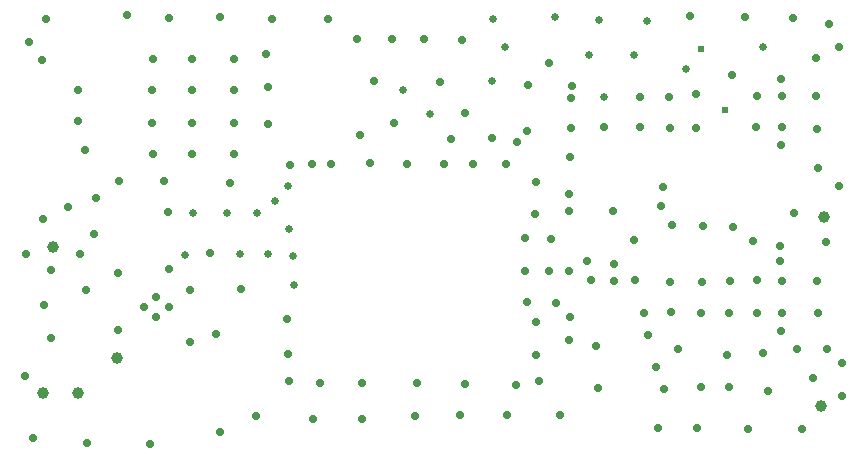
<source format=gbr>
G04 ===== Begin FILE IDENTIFICATION =====*
G04 File Format:  Gerber RS274X*
G04 ===== End FILE IDENTIFICATION =====*
%FSLAX24Y24*%
%MOMM*%
%SFA1.0000B1.0000*%
%OFA0.0B0.0*%
%ADD14C,0.700000*%
%ADD15C,0.660400*%
%ADD16C,0.604000*%
%ADD17C,1.000000*%
%LNhole*%
%IPPOS*%
%LPD*%
G75*
D14*
X575829Y-56647D03*
X491856Y-22629D03*
X429837Y75742D03*
X172118Y-60246D03*
X450045Y75957D03*
X467458D03*
X482291Y84126D03*
X505508Y81976D03*
X467673Y17967D03*
X489976Y12592D03*
X647299Y40117D03*
X146672Y59897D03*
X431915Y194813D03*
X317703Y272799D03*
X344498D03*
D15*
X484251Y258613D03*
X522604Y259139D03*
X631885Y265443D03*
X413324Y265969D03*
X402816Y289611D03*
D14*
X263588Y289086D03*
X695982Y147681D03*
X92965Y292741D03*
X24905Y289048D03*
X10000Y269791D03*
X180013Y150825D03*
D15*
X203184Y125010D03*
X149158Y125432D03*
D14*
X212092Y200367D03*
X124299Y151828D03*
X86312D03*
X42837Y129880D03*
X57294Y178314D03*
X51490Y203111D03*
X52018Y229491D03*
X20889Y254816D03*
X21945Y120277D03*
X28672Y77244D03*
X7568Y90434D03*
X85653Y74606D03*
Y25803D03*
X117930Y36660D03*
X128464Y45778D03*
X107839D03*
X112298Y-70393D03*
X13489Y-65052D03*
X6546Y-12710D03*
X29024Y19650D03*
X202548Y-46816D03*
X114837Y255535D03*
X183882Y255114D03*
X183461Y229011D03*
X114416Y229432D03*
X183461Y201225D03*
X114416Y201646D03*
X148096D03*
X183882Y174702D03*
X114837Y175123D03*
X148517D03*
X618637Y-57964D03*
X542899Y-57306D03*
X468073Y172540D03*
D15*
X234744Y63991D03*
X229574Y147870D03*
D14*
X664738Y-57964D03*
D15*
X402291Y236547D03*
D14*
X66474Y137899D03*
X59422Y-69859D03*
X148096Y229432D03*
X172105Y291159D03*
X117842Y54364D03*
X148517Y255535D03*
X128315Y290103D03*
D16*
X599618Y212725D03*
X579120Y264160D03*
D14*
X298806Y167259D03*
X228971Y35251D03*
X330225Y166827D03*
X168224Y22403D03*
X361239Y166700D03*
X256453Y-19176D03*
X64770Y107188D03*
X357682Y235710D03*
X302516Y237023D03*
X58420Y60198D03*
X290068Y191516D03*
X432755Y233902D03*
X379271Y210049D03*
X129033Y78067D03*
X189403Y60609D03*
X230886Y166116D03*
X249428Y166370D03*
X376547Y271748D03*
X646436Y183040D03*
X569889Y291713D03*
X469322Y222806D03*
X402388Y189034D03*
X527829Y223478D03*
X552375D03*
X422159Y-20523D03*
X468650Y196915D03*
X496894Y197587D03*
X527157D03*
X552712Y197251D03*
X470163Y233061D03*
X575240Y197251D03*
X23114Y47498D03*
X616123Y291187D03*
X646436Y238206D03*
X656578Y290137D03*
X687050Y285408D03*
X695982Y265443D03*
X648012Y197751D03*
X626444Y224473D03*
X676402Y224282D03*
X605166Y242308D03*
X677418Y196342D03*
X574904Y225832D03*
X676640Y256283D03*
X657469Y124722D03*
X685315Y100554D03*
X678485Y163076D03*
X504496Y126791D03*
X210826Y259881D03*
X439041Y32554D03*
X522224Y101854D03*
X606503Y113032D03*
X579374Y-21844D03*
X212092Y232023D03*
X600710Y4572D03*
X698551Y-2187D03*
X685800Y10160D03*
X698551Y-29507D03*
X660400Y10160D03*
X451866Y102870D03*
X646058Y97124D03*
X545476Y130822D03*
X602488Y-22606D03*
X439409Y5272D03*
X230318Y-17290D03*
X580490Y114537D03*
X622841Y101209D03*
X648012Y224546D03*
X625677Y197587D03*
X547116Y147066D03*
X367713Y187983D03*
X647525Y67914D03*
X449988Y252396D03*
X626565Y68451D03*
X646176Y84328D03*
X163504Y91281D03*
X646611Y25327D03*
X626662Y40461D03*
X318934Y201559D03*
X540571Y-5129D03*
X559906Y9582D03*
X603100Y40805D03*
X53340Y90170D03*
X631952Y6350D03*
X467437Y126582D03*
X603455Y67645D03*
X579539Y66570D03*
X677672Y67310D03*
X128054Y126276D03*
X554881Y115034D03*
X553204Y67108D03*
X523607Y68049D03*
X505723Y67358D03*
X678180Y40640D03*
X486160Y68647D03*
X579195Y40805D03*
X291750Y-18906D03*
X554086Y40977D03*
X530697Y40117D03*
X216154Y289560D03*
X292354Y-49022D03*
X635562Y-25304D03*
X422878Y185356D03*
X287756Y272273D03*
X386156Y166980D03*
X534267Y22191D03*
X673753Y-14796D03*
X548132Y-23622D03*
X146304Y15748D03*
X467981Y37162D03*
X442098Y-17020D03*
X459740Y-45720D03*
X414782Y-46228D03*
X379318Y-19445D03*
X375158Y-46228D03*
X338363Y-19176D03*
X413842Y166853D03*
X337058Y-46482D03*
X250190Y-49022D03*
X229240Y5613D03*
X265430Y166980D03*
D15*
X497231Y223142D03*
X142534Y89844D03*
X455355Y290662D03*
X177580Y125464D03*
X188783Y90419D03*
X492760Y288798D03*
X233882Y88408D03*
X218658Y135518D03*
X565993Y246932D03*
X326815Y229142D03*
X349400Y208658D03*
X533637Y288035D03*
D17*
X51486Y-27280D03*
X22123Y-27661D03*
X30480Y96520D03*
X84328Y1956D03*
X680720Y-38100D03*
X683260Y121920D03*
D15*
X229861Y111389D03*
X212625Y90419D03*
D14*
X467068Y141144D03*
X439050Y151283D03*
X438681Y124186D03*
X429755Y104295D03*
X456037Y49210D03*
X431915Y49570D03*
M02*


</source>
